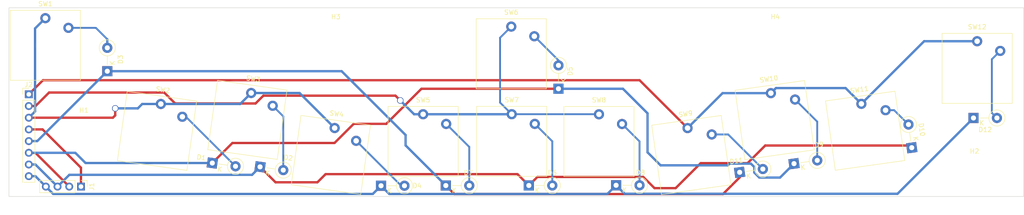
<source format=kicad_pcb>
(kicad_pcb (version 20221018) (generator pcbnew)
  (layers (0 "F.Cu" signal) (31 "B.Cu" signal) (34 "B.Paste" user) (35 "F.Paste" user) (36 "B.SilkS" user "B.Silkscreen") (37 "F.SilkS" user "F.Silkscreen") (38 "B.Mask" user) (39 "F.Mask" user) (44 "Edge.Cuts" user))
  (net 0 "")
  (net 1 "Net-(D1-K)")
  (net 2 "Net-(D1-A)")
  (net 3 "Net-(D10-K)")
  (net 4 "Net-(D2-A)")
  (net 5 "Net-(D11-K)")
  (net 6 "Net-(D3-A)")
  (net 7 "Net-(D12-K)")
  (net 8 "Net-(D4-A)")
  (net 9 "Net-(D5-A)")
  (net 10 "Net-(D6-A)")
  (net 11 "Net-(D7-A)")
  (net 12 "Net-(D8-A)")
  (net 13 "Net-(D9-A)")
  (net 14 "Net-(D10-A)")
  (net 15 "Net-(D11-A)")
  (net 16 "Net-(D12-A)")
  (net 17 "Net-(J2-Pin_3)")
  (net 18 "Net-(J2-Pin_2)")
  (net 19 "Net-(J2-Pin_1)")
  (net 20 "Net-(J1-Pin_1)")
  (footprint "PCM_Switch_Keyboard_Kailh:SW_Kailh_Choc_V1" (layer "F.Cu") (at 110.240103 101.554689 -8)
    (fp_text reference "SW4" (at 0 -9 -8) (layer "F.SilkS"))
    (fp_text value "SW_SPST")
    (fp_line (start -7.6 -7.6) (end -7.6 7.6) (stroke (width 0.12)) (layer "F.SilkS"))
    (fp_line (start -7.6 7.6) (end 7.6 7.6) (stroke (width 0.12)) (layer "F.SilkS"))
    (fp_line (start 7.6 -7.6) (end -7.6 -7.6) (stroke (width 0.12)) (layer "F.SilkS"))
    (fp_line (start 7.6 7.6) (end 7.6 -7.6) (stroke (width 0.12)) (layer "F.SilkS"))
    (pad "" np_thru_hole circle (at -5.5 0 352) (size 1.9 1.9) (drill 1.9) (layers "*.Cu" "*.Mask"))
    (pad "" np_thru_hole circle (at 0 0 352) (size 3.45 3.45) (drill 3.45) (layers "*.Cu" "*.Mask"))
    (pad "" np_thru_hole circle (at 5.5 0 352) (size 1.9 1.9) (drill 1.9) (layers "*.Cu" "*.Mask"))
    (pad "1" thru_hole circle (at 0 -5.9 352) (size 2.2 2.2) (drill 1.2) (layers "*.Cu" "B.Mask") (net 17 "Net-(J2-Pin_3)"))
    (pad "2" thru_hole circle (at 5 -3.8 352) (size 2.2 2.2) (drill 1.2) (layers "*.Cu" "B.Mask") (net 8 "Net-(D4-A)"))
  )
  (footprint "PCM_Switch_Keyboard_Kailh:SW_Kailh_Choc_V1" (layer "F.Cu") (at 149.44 98.61)
    (fp_text reference "SW7" (at 0 -9) (layer "F.SilkS"))
    (fp_text value "SW_SPST")
    (fp_line (start -7.6 -7.6) (end -7.6 7.6) (stroke (width 0.12)) (layer "F.SilkS"))
    (fp_line (start -7.6 7.6) (end 7.6 7.6) (stroke (width 0.12)) (layer "F.SilkS"))
    (fp_line (start 7.6 -7.6) (end -7.6 -7.6) (stroke (width 0.12)) (layer "F.SilkS"))
    (fp_line (start 7.6 7.6) (end 7.6 -7.6) (stroke (width 0.12)) (layer "F.SilkS"))
    (pad "" np_thru_hole circle (at -5.5 0) (size 1.9 1.9) (drill 1.9) (layers "*.Cu" "*.Mask"))
    (pad "" np_thru_hole circle (at 0 0) (size 3.45 3.45) (drill 3.45) (layers "*.Cu" "*.Mask"))
    (pad "" np_thru_hole circle (at 5.5 0) (size 1.9 1.9) (drill 1.9) (layers "*.Cu" "*.Mask"))
    (pad "1" thru_hole circle (at 0 -5.9) (size 2.2 2.2) (drill 1.2) (layers "*.Cu" "B.Mask") (net 18 "Net-(J2-Pin_2)"))
    (pad "2" thru_hole circle (at 5 -3.8) (size 2.2 2.2) (drill 1.2) (layers "*.Cu" "B.Mask") (net 10 "Net-(D6-A)"))
  )
  (footprint "PCM_Switch_Keyboard_Kailh:SW_Kailh_Choc_V1" (layer "F.Cu") (at 250.318013 82.755871)
    (fp_text reference "SW12" (at 0 -9) (layer "F.SilkS"))
    (fp_text value "SW_SPST")
    (fp_line (start -7.6 -7.6) (end -7.6 7.6) (stroke (width 0.12)) (layer "F.SilkS"))
    (fp_line (start -7.6 7.6) (end 7.6 7.6) (stroke (width 0.12)) (layer "F.SilkS"))
    (fp_line (start 7.6 -7.6) (end -7.6 -7.6) (stroke (width 0.12)) (layer "F.SilkS"))
    (fp_line (start 7.6 7.6) (end 7.6 -7.6) (stroke (width 0.12)) (layer "F.SilkS"))
    (pad "" np_thru_hole circle (at -5.5 0) (size 1.9 1.9) (drill 1.9) (layers "*.Cu" "*.Mask"))
    (pad "" np_thru_hole circle (at 0 0) (size 3.45 3.45) (drill 3.45) (layers "*.Cu" "*.Mask"))
    (pad "" np_thru_hole circle (at 5.5 0) (size 1.9 1.9) (drill 1.9) (layers "*.Cu" "*.Mask"))
    (pad "1" thru_hole circle (at 0 -5.9) (size 2.2 2.2) (drill 1.2) (layers "*.Cu" "B.Mask") (net 19 "Net-(J2-Pin_1)"))
    (pad "2" thru_hole circle (at 5 -3.8) (size 2.2 2.2) (drill 1.2) (layers "*.Cu" "B.Mask") (net 16 "Net-(D12-A)"))
  )
  (footprint "Diode_THT:D_DO-41_SOD81_P5.08mm_Vertical_KathodeUp" (layer "F.Cu") (at 198.840936 105.330896 8)
    (fp_text reference "D11" (at -0.371429 -2.537282 8) (layer "F.SilkS"))
    (fp_text value "1N47xxA")
    (fp_text user "K" (at 1.8 1.1 8) (layer "F.SilkS"))
    (fp_line (start 3.329365 0) (end 1.4 0) (stroke (width 0.12)) (layer "F.SilkS"))
    (fp_circle (center 5.08 0) (end 6.830635 0) (stroke (width 0.12)) (fill none) (layer "F.SilkS"))
    (pad "1" thru_hole rect (at 0 0 8) (size 2.2 2.2) (drill 1.1) (layers "*.Cu" "*.Mask") (net 5 "Net-(D11-K)"))
    (pad "2" thru_hole oval (at 5.08 0 8) (size 2.2 2.2) (drill 1.1) (layers "*.Cu" "*.Mask") (net 15 "Net-(D11-A)"))
  )
  (footprint "PCM_Switch_Keyboard_Kailh:SW_Kailh_Choc_V1" (layer "F.Cu") (at 206.42753 93.978592 8)
    (fp_text reference "SW10" (at 0 -9 8) (layer "F.SilkS"))
    (fp_text value "SW_SPST")
    (fp_line (start -7.6 -7.6) (end -7.6 7.6) (stroke (width 0.12)) (layer "F.SilkS"))
    (fp_line (start -7.6 7.6) (end 7.6 7.6) (stroke (width 0.12)) (layer "F.SilkS"))
    (fp_line (start 7.6 -7.6) (end -7.6 -7.6) (stroke (width 0.12)) (layer "F.SilkS"))
    (fp_line (start 7.6 7.6) (end 7.6 -7.6) (stroke (width 0.12)) (layer "F.SilkS"))
    (pad "" np_thru_hole circle (at -5.5 0 8) (size 1.9 1.9) (drill 1.9) (layers "*.Cu" "*.Mask"))
    (pad "" np_thru_hole circle (at 0 0 8) (size 3.45 3.45) (drill 3.45) (layers "*.Cu" "*.Mask"))
    (pad "" np_thru_hole circle (at 5.5 0 8) (size 1.9 1.9) (drill 1.9) (layers "*.Cu" "*.Mask"))
    (pad "1" thru_hole circle (at 0 -5.9 8) (size 2.2 2.2) (drill 1.2) (layers "*.Cu" "B.Mask") (net 19 "Net-(J2-Pin_1)"))
    (pad "2" thru_hole circle (at 5 -3.8 8) (size 2.2 2.2) (drill 1.2) (layers "*.Cu" "B.Mask") (net 13 "Net-(D9-A)"))
  )
  (footprint "PCM_Switch_Keyboard_Kailh:SW_Kailh_Choc_V1" (layer "F.Cu") (at 168.349289 98.632872)
    (fp_text reference "SW8" (at 0 -9) (layer "F.SilkS"))
    (fp_text value "SW_SPST")
    (fp_line (start -7.6 -7.6) (end -7.6 7.6) (stroke (width 0.12)) (layer "F.SilkS"))
    (fp_line (start -7.6 7.6) (end 7.6 7.6) (stroke (width 0.12)) (layer "F.SilkS"))
    (fp_line (start 7.6 -7.6) (end -7.6 -7.6) (stroke (width 0.12)) (layer "F.SilkS"))
    (fp_line (start 7.6 7.6) (end 7.6 -7.6) (stroke (width 0.12)) (layer "F.SilkS"))
    (pad "" np_thru_hole circle (at -5.5 0) (size 1.9 1.9) (drill 1.9) (layers "*.Cu" "*.Mask"))
    (pad "" np_thru_hole circle (at 0 0) (size 3.45 3.45) (drill 3.45) (layers "*.Cu" "*.Mask"))
    (pad "" np_thru_hole circle (at 5.5 0) (size 1.9 1.9) (drill 1.9) (layers "*.Cu" "*.Mask"))
    (pad "1" thru_hole circle (at 0 -5.9) (size 2.2 2.2) (drill 1.2) (layers "*.Cu" "B.Mask") (net 18 "Net-(J2-Pin_2)"))
    (pad "2" thru_hole circle (at 5 -3.8) (size 2.2 2.2) (drill 1.2) (layers "*.Cu" "B.Mask") (net 12 "Net-(D8-A)"))
  )
  (footprint "Diode_THT:D_DO-41_SOD81_P5.08mm_Vertical_KathodeUp" (layer "F.Cu") (at 153.15171 108.191407)
    (fp_text reference "D6" (at 5.08 -2.750635) (layer "F.SilkS"))
    (fp_text value "1N47xxA")
    (fp_text user "K" (at 1.8 1.1) (layer "F.SilkS"))
    (fp_line (start 3.329365 0) (end 1.4 0) (stroke (width 0.12)) (layer "F.SilkS"))
    (fp_circle (center 5.08 0) (end 6.830635 0) (stroke (width 0.12)) (fill none) (layer "F.SilkS"))
    (pad "1" thru_hole rect (at 0 0) (size 2.2 2.2) (drill 1.1) (layers "*.Cu" "*.Mask") (net 3 "Net-(D10-K)"))
    (pad "2" thru_hole oval (at 5.08 0) (size 2.2 2.2) (drill 1.1) (layers "*.Cu" "*.Mask") (net 10 "Net-(D6-A)"))
  )
  (footprint "MountingHole:MountingHole_3.2mm_M3" (layer "F.Cu") (at 249.74 104.96)
    (fp_text reference "H2" (at 0 -4.2) (layer "F.SilkS"))
    (fp_text value "MountingHole")
    (pad "" np_thru_hole circle (at 0 0) (size 3.2 3.2) (drill 3.2) (layers "*.Cu" "*.Mask"))
  )
  (footprint "Diode_THT:D_DO-41_SOD81_P5.08mm_Vertical_KathodeUp" (layer "F.Cu") (at 249.522183 93.53)
    (fp_text reference "D12" (at 2.54 2.54) (layer "F.SilkS"))
    (fp_text value "1N47xxA")
    (fp_text user "K" (at 1.8 1.1) (layer "F.SilkS"))
    (fp_line (start 3.329365 0) (end 1.4 0) (stroke (width 0.12)) (layer "F.SilkS"))
    (fp_circle (center 5.08 0) (end 6.830635 0) (stroke (width 0.12)) (fill none) (layer "F.SilkS"))
    (pad "1" thru_hole rect (at 0 0) (size 2.2 2.2) (drill 1.1) (layers "*.Cu" "*.Mask") (net 7 "Net-(D12-K)"))
    (pad "2" thru_hole oval (at 5.08 0) (size 2.2 2.2) (drill 1.1) (layers "*.Cu" "*.Mask") (net 16 "Net-(D12-A)"))
  )
  (footprint "Diode_THT:D_DO-41_SOD81_P5.08mm_Vertical_KathodeUp" (layer "F.Cu") (at 94.889933 104.147273 -8)
    (fp_text reference "D2" (at 5.776288 -2.791066 172) (layer "F.SilkS"))
    (fp_text value "1N47xxA")
    (fp_text user "K" (at 1.8 1.1 172) (layer "F.SilkS"))
    (fp_line (start 3.329365 0) (end 1.4 0) (stroke (width 0.12)) (layer "F.SilkS"))
    (fp_circle (center 5.08 0) (end 6.830635 0) (stroke (width 0.12)) (fill none) (layer "F.SilkS"))
    (pad "1" thru_hole rect (at 0 0 352) (size 2.2 2.2) (drill 1.1) (layers "*.Cu" "*.Mask") (net 3 "Net-(D10-K)"))
    (pad "2" thru_hole oval (at 5.08 0 352) (size 2.2 2.2) (drill 1.1) (layers "*.Cu" "*.Mask") (net 4 "Net-(D2-A)"))
  )
  (footprint "PCM_Switch_Keyboard_Kailh:SW_Kailh_Choc_V1" (layer "F.Cu") (at 92.148793 93.944655 -8)
    (fp_text reference "SW3" (at 0 -9 -8) (layer "F.SilkS"))
    (fp_text value "SW_SPST")
    (fp_line (start -7.6 -7.6) (end -7.6 7.6) (stroke (width 0.12)) (layer "F.SilkS"))
    (fp_line (start -7.6 7.6) (end 7.6 7.6) (stroke (width 0.12)) (layer "F.SilkS"))
    (fp_line (start 7.6 -7.6) (end -7.6 -7.6) (stroke (width 0.12)) (layer "F.SilkS"))
    (fp_line (start 7.6 7.6) (end 7.6 -7.6) (stroke (width 0.12)) (layer "F.SilkS"))
    (pad "" np_thru_hole circle (at -5.5 0 352) (size 1.9 1.9) (drill 1.9) (layers "*.Cu" "*.Mask"))
    (pad "" np_thru_hole circle (at 0 0 352) (size 3.45 3.45) (drill 3.45) (layers "*.Cu" "*.Mask"))
    (pad "" np_thru_hole circle (at 5.5 0 352) (size 1.9 1.9) (drill 1.9) (layers "*.Cu" "*.Mask"))
    (pad "1" thru_hole circle (at 0 -5.9 352) (size 2.2 2.2) (drill 1.2) (layers "*.Cu" "B.Mask") (net 17 "Net-(J2-Pin_3)"))
    (pad "2" thru_hole circle (at 5 -3.8 352) (size 2.2 2.2) (drill 1.2) (layers "*.Cu" "B.Mask") (net 4 "Net-(D2-A)"))
  )
  (footprint "PCM_Switch_Keyboard_Kailh:SW_Kailh_Choc_V1" (layer "F.Cu") (at 188.368766 101.566586 8)
    (fp_text reference "SW9" (at 0 -9 8) (layer "F.SilkS"))
    (fp_text value "SW_SPST")
    (fp_line (start -7.6 -7.6) (end -7.6 7.6) (stroke (width 0.12)) (layer "F.SilkS"))
    (fp_line (start -7.6 7.6) (end 7.6 7.6) (stroke (width 0.12)) (layer "F.SilkS"))
    (fp_line (start 7.6 -7.6) (end -7.6 -7.6) (stroke (width 0.12)) (layer "F.SilkS"))
    (fp_line (start 7.6 7.6) (end 7.6 -7.6) (stroke (width 0.12)) (layer "F.SilkS"))
    (pad "" np_thru_hole circle (at -5.5 0 8) (size 1.9 1.9) (drill 1.9) (layers "*.Cu" "*.Mask"))
    (pad "" np_thru_hole circle (at 0 0 8) (size 3.45 3.45) (drill 3.45) (layers "*.Cu" "*.Mask"))
    (pad "" np_thru_hole circle (at 5.5 0 8) (size 1.9 1.9) (drill 1.9) (layers "*.Cu" "*.Mask"))
    (pad "1" thru_hole circle (at 0 -5.9 8) (size 2.2 2.2) (drill 1.2) (layers "*.Cu" "B.Mask") (net 19 "Net-(J2-Pin_1)"))
    (pad "2" thru_hole circle (at 5 -3.8 8) (size 2.2 2.2) (drill 1.2) (layers "*.Cu" "B.Mask") (net 15 "Net-(D11-A)"))
  )
  (footprint "Connector_PinHeader_2.54mm:PinHeader_1x08_P2.54mm_Vertical" (layer "F.Cu") (at 44.769931 88.392112)
    (fp_text reference "J2" (at -0.032382 -2.10924) (layer "F.SilkS"))
    (fp_text value "Conn_01x08_Pin")
    (fp_line (start -1.33 -1.33) (end 0 -1.33) (stroke (width 0.12)) (layer "F.SilkS"))
    (fp_line (start -1.33 0) (end -1.33 -1.33) (stroke (width 0.12)) (layer "F.SilkS"))
    (fp_line (start -1.33 1.27) (end -1.33 19.11) (stroke (width 0.12)) (layer "F.SilkS"))
    (fp_line (start -1.33 1.27) (end 1.33 1.27) (stroke (width 0.12)) (layer "F.SilkS"))
    (fp_line (start -1.33 19.11) (end 1.33 19.11) (stroke (width 0.12)) (layer "F.SilkS"))
    (fp_line (start 1.33 1.27) (end 1.33 19.11) (stroke (width 0.12)) (layer "F.SilkS"))
    (pad "1" thru_hole rect (at 0 0) (size 1.7 1.7) (drill 1) (layers "*.Cu" "*.Mask") (net 19 "Net-(J2-Pin_1)"))
    (pad "2" thru_hole oval (at 0 2.54) (size 1.7 1.7) (drill 1) (layers "*.Cu" "*.Mask") (net 18 "Net-(J2-Pin_2)"))
    (pad "3" thru_hole oval (at 0 5.08) (size 1.7 1.7) (drill 1) (layers "*.Cu" "*.Mask") (net 17 "Net-(J2-Pin_3)"))
    (pad "4" thru_hole oval (at 0 7.62) (size 1.7 1.7) (drill 1) (layers "*.Cu" "*.Mask") (net 20 "Net-(J1-Pin_1)"))
    (pad "5" thru_hole oval (at 0 10.16) (size 1.7 1.7) (drill 1) (layers "*.Cu" "*.Mask") (net 5 "Net-(D11-K)"))
    (pad "6" thru_hole oval (at 0 12.7) (size 1.7 1.7) (drill 1) (layers "*.Cu" "*.Mask") (net 1 "Net-(D1-K)"))
    (pad "7" thru_hole oval (at 0 15.24) (size 1.7 1.7) (drill 1) (layers "*.Cu" "*.Mask") (net 3 "Net-(D10-K)"))
    (pad "8" thru_hole oval (at 0 17.78) (size 1.7 1.7) (drill 1) (layers "*.Cu" "*.Mask") (net 7 "Net-(D12-K)"))
  )
  (footprint "PCM_Switch_Keyboard_Kailh:SW_Kailh_Choc_V1" (layer "F.Cu") (at 72.565804 96.330399 -8)
    (fp_text reference "SW2" (at 0 -9 -8) (layer "F.SilkS"))
    (fp_text value "SW_SPST")
    (fp_line (start -7.6 -7.6) (end -7.6 7.6) (stroke (width 0.12)) (layer "F.SilkS"))
    (fp_line (start -7.6 7.6) (end 7.6 7.6) (stroke (width 0.12)) (layer "F.SilkS"))
    (fp_line (start 7.6 -7.6) (end -7.6 -7.6) (stroke (width 0.12)) (layer "F.SilkS"))
    (fp_line (start 7.6 7.6) (end 7.6 -7.6) (stroke (width 0.12)) (layer "F.SilkS"))
    (pad "" np_thru_hole circle (at -5.5 0 352) (size 1.9 1.9) (drill 1.9) (layers "*.Cu" "*.Mask"))
    (pad "" np_thru_hole circle (at 0 0 352) (size 3.45 3.45) (drill 3.45) (layers "*.Cu" "*.Mask"))
    (pad "" np_thru_hole circle (at 5.5 0 352) (size 1.9 1.9) (drill 1.9) (layers "*.Cu" "*.Mask"))
    (pad "1" thru_hole circle (at 0 -5.9 352) (size 2.2 2.2) (drill 1.2) (layers "*.Cu" "B.Mask") (net 17 "Net-(J2-Pin_3)"))
    (pad "2" thru_hole circle (at 5 -3.8 352) (size 2.2 2.2) (drill 1.2) (layers "*.Cu" "B.Mask") (net 2 "Net-(D1-A)"))
  )
  (footprint "Diode_THT:D_DO-41_SOD81_P5.08mm_Vertical_KathodeUp" (layer "F.Cu") (at 135.155535 108.206134)
    (fp_text reference "D7" (at 4.879735 -2.761091) (layer "F.SilkS"))
    (fp_text value "1N47xxA")
    (fp_text user "K" (at 1.8 1.1) (layer "F.SilkS"))
    (fp_line (start 3.329365 0) (end 1.4 0) (stroke (width 0.12)) (layer "F.SilkS"))
    (fp_circle (center 5.08 0) (end 6.830635 0) (stroke (width 0.12)) (fill none) (layer "F.SilkS"))
    (pad "1" thru_hole rect (at 0 0) (size 2.2 2.2) (drill 1.1) (layers "*.Cu" "*.Mask") (net 5 "Net-(D11-K)"))
    (pad "2" thru_hole oval (at 5.08 0) (size 2.2 2.2) (drill 1.1) (layers "*.Cu" "*.Mask") (net 11 "Net-(D7-A)"))
  )
  (footprint "Diode_THT:D_DO-41_SOD81_P5.08mm_Vertical_KathodeUp" (layer "F.Cu") (at 210.625697 103.447327 8)
    (fp_text reference "D9" (at 5.94008 -3.304078 8) (layer "F.SilkS"))
    (fp_text value "1N47xxA")
    (fp_text user "K" (at 1.8 1.1 8) (layer "F.SilkS"))
    (fp_line (start 3.329365 0) (end 1.4 0) (stroke (width 0.12)) (layer "F.SilkS"))
    (fp_circle (center 5.08 0) (end 6.830635 0) (stroke (width 0.12)) (fill none) (layer "F.SilkS"))
    (pad "1" thru_hole rect (at 0 0 8) (size 2.2 2.2) (drill 1.1) (layers "*.Cu" "*.Mask") (net 1 "Net-(D1-K)"))
    (pad "2" thru_hole oval (at 5.08 0 8) (size 2.2 2.2) (drill 1.1) (layers "*.Cu" "*.Mask") (net 13 "Net-(D9-A)"))
  )
  (footprint "Diode_THT:D_DO-41_SOD81_P5.08mm_Vertical_KathodeUp" (layer "F.Cu") (at 84.540935 103.319104 -8)
    (fp_text reference "D1" (at -2.545595 -0.852299 172) (layer "F.SilkS"))
    (fp_text value "1N47xxA")
    (fp_text user "K" (at 1.8 1.1 172) (layer "F.SilkS"))
    (fp_line (start 3.329365 0) (end 1.4 0) (stroke (width 0.12)) (layer "F.SilkS"))
    (fp_circle (center 5.08 0) (end 6.830635 0) (stroke (width 0.12)) (fill none) (layer "F.SilkS"))
    (pad "1" thru_hole rect (at 0 0 352) (size 2.2 2.2) (drill 1.1) (layers "*.Cu" "*.Mask") (net 1 "Net-(D1-K)"))
    (pad "2" thru_hole oval (at 5.08 0 352) (size 2.2 2.2) (drill 1.1) (layers "*.Cu" "*.Mask") (net 2 "Net-(D1-A)"))
  )
  (footprint "Diode_THT:D_DO-41_SOD81_P5.08mm_Vertical_KathodeUp" (layer "F.Cu") (at 121.110803 108.250314)
    (fp_text reference "D4" (at 7.837817 0) (layer "F.SilkS"))
    (fp_text value "1N47xxA")
    (fp_text user "K" (at 1.8 1.1) (layer "F.SilkS"))
    (fp_line (start 3.329365 0) (end 1.4 0) (stroke (width 0.12)) (layer "F.SilkS"))
    (fp_circle (center 5.08 0) (end 6.830635 0) (stroke (width 0.12)) (fill none) (layer "F.SilkS"))
    (pad "1" thru_hole rect (at 0 0) (size 2.2 2.2) (drill 1.1) (layers "*.Cu" "*.Mask") (net 7 "Net-(D12-K)"))
    (pad "2" thru_hole oval (at 5.08 0) (size 2.2 2.2) (drill 1.1) (layers "*.Cu" "*.Mask") (net 8 "Net-(D4-A)"))
  )
  (footprint "PCM_Switch_Keyboard_Kailh:SW_Kailh_Choc_V1" (layer "F.Cu") (at 48.358179 77.745939)
    (fp_text reference "SW1" (at 0 -9) (layer "F.SilkS"))
    (fp_text value "SW_SPST")
    (fp_line (start -7.6 -7.6) (end -7.6 7.6) (stroke (width 0.12)) (layer "F.SilkS"))
    (fp_line (start -7.6 7.6) (end 7.6 7.6) (stroke (width 0.12)) (layer "F.SilkS"))
    (fp_line (start 7.6 -7.6) (end -7.6 -7.6) (stroke (width 0.12)) (layer "F.SilkS"))
    (fp_line (start 7.6 7.6) (end 7.6 -7.6) (stroke (width 0.12)) (layer "F.SilkS"))
    (pad "" np_thru_hole circle (at -5.5 0) (size 1.9 1.9) (drill 1.9) (layers "*.Cu" "*.Mask"))
    (pad "" np_thru_hole circle (at 0 0) (size 3.45 3.45) (drill 3.45) (layers "*.Cu" "*.Mask"))
    (pad "" np_thru_hole circle (at 5.5 0) (size 1.9 1.9) (drill 1.9) (layers "*.Cu" "*.Mask"))
    (pad "1" thru_hole circle (at 0 -5.9) (size 2.2 2.2) (drill 1.2) (layers "*.Cu" "B.Mask") (net 17 "Net-(J2-Pin_3)"))
    (pad "2" thru_hole circle (at 5 -3.8) (size 2.2 2.2) (drill 1.2) (layers "*.Cu" "B.Mask") (net 6 "Net-(D3-A)"))
  )
  (footprint "PCM_Switch_Keyboard_Kailh:SW_Kailh_Choc_V1" (layer "F.Cu") (at 130.23405 98.620077)
    (fp_text reference "SW5" (at 0 -9) (layer "F.SilkS"))
    (fp_text value "SW_SPST")
    (fp_line (start -7.6 -7.6) (end -7.6 7.6) (stroke (width 0.12)) (layer "F.SilkS"))
    (fp_line (start -7.6 7.6) (end 7.6 7.6) (stroke (width 0.12)) (layer "F.SilkS"))
    (fp_line (start 7.6 -7.6) (end -7.6 -7.6) (stroke (width 0.12)) (layer "F.SilkS"))
    (fp_line (start 7.6 7.6) (end 7.6 -7.6) (stroke (width 0.12)) (layer "F.SilkS"))
    (pad "" np_thru_hole circle (at -5.5 0) (size 1.9 1.9) (drill 1.9) (layers "*.Cu" "*.Mask"))
    (pad "" np_thru_hole circle (at 0 0) (size 3.45 3.45) (drill 3.45) (layers "*.Cu" "*.Mask"))
    (pad "" np_thru_hole circle (at 5.5 0) (size 1.9 1.9) (drill 1.9) (layers "*.Cu" "*.Mask"))
    (pad "1" thru_hole circle (at 0 -5.9) (size 2.2 2.2) (drill 1.2) (layers "*.Cu" "B.Mask") (net 18 "Net-(J2-Pin_2)"))
    (pad "2" thru_hole circle (at 5 -3.8) (size 2.2 2.2) (drill 1.2) (layers "*.Cu" "B.Mask") (net 11 "Net-(D7-A)"))
  )
  (footprint "PCM_Switch_Keyboard_Kailh:SW_Kailh_Choc_V1" (layer "F.Cu") (at 149.337293 79.575443)
    (fp_text reference "SW6" (at 0 -9) (layer "F.SilkS"))
    (fp_text value "SW_SPST")
    (fp_line (start -7.6 -7.6) (end -7.6 7.6) (stroke (width 0.12)) (layer "F.SilkS"))
    (fp_line (start -7.6 7.6) (end 7.6 7.6) (stroke (width 0.12)) (layer "F.SilkS"))
    (fp_line (start 7.6 -7.6) (end -7.6 -7.6) (stroke (width 0.12)) (layer "F.SilkS"))
    (fp_line (start 7.6 7.6) (end 7.6 -7.6) (stroke (width 0.12)) (layer "F.SilkS"))
    (pad "" np_thru_hole circle (at -5.5 0) (size 1.9 1.9) (drill 1.9) (layers "*.Cu" "*.Mask"))
    (pad "" np_thru_hole circle (at 0 0) (size 3.45 3.45) (drill 3.45) (layers "*.Cu" "*.Mask"))
    (pad "" np_thru_hole circle (at 5.5 0) (size 1.9 1.9) (drill 1.9) (layers "*.Cu" "*.Mask"))
    (pad "1" thru_hole circle (at 0 -5.9) (size 2.2 2.2) (drill 1.2) (layers "*.Cu" "B.Mask") (net 18 "Net-(J2-Pin_2)"))
    (pad "2" thru_hole circle (at 5 -3.8) (size 2.2 2.2) (drill 1.2) (layers "*.Cu" "B.Mask") (net 9 "Net-(D5-A)"))
  )
  (footprint "MountingHole:MountingHole_3.2mm_M3" (layer "F.Cu") (at 111.31 75.75)
    (fp_text reference "H3" (at 0 -4.2) (layer "F.SilkS"))
    (fp_text value "MountingHole")
    (pad "" np_thru_hole circle (at 0 0) (size 3.2 3.2) (drill 3.2) (layers "*.Cu" "*.Mask"))
  )
  (footprint "Connector_PinHeader_2.54mm:PinHeader_1x04_P2.54mm_Vertical" (layer "F.Cu") (at 56.077012 108.433432 -90)
    (fp_text reference "J1" (at 0 -2.33 90) (layer "F.SilkS"))
    (fp_text value "Conn_01x04_Pin")
    (fp_line (start -1.33 -1.33) (end 0 -1.33) (stroke (width 0.12)) (layer "F.SilkS"))
    (fp_line (start -1.33 0) (end -1.33 -1.33) (stroke (width 0.12)) (layer "F.SilkS"))
    (fp_line (start -1.33 1.27) (end -1.33 8.95) (stroke (width 0.12)) (layer "F.SilkS"))
    (fp_line (start -1.33 1.27) (end 1.33 1.27) (stroke (width 0.12)) (layer "F.SilkS"))
    (fp_line (start -1.33 8.95) (end 1.33 8.95) (stroke (width 0.12)) (layer "F.SilkS"))
    (fp_line (start 1.33 1.27) (end 1.33 8.95) (stroke (width 0.12)) (layer "F.SilkS"))
    (pad "1" thru_hole rect (at 0 0 270) (size 1.7 1.7) (drill 1) (layers "*.Cu" "*.Mask") (net 20 "Net-(J1-Pin_1)"))
    (pad "2" thru_hole oval (at 0 2.54 270) (size 1.7 1.7) (drill 1) (layers "*.Cu" "*.Mask") (net 1 "Net-(D1-K)"))
    (pad "3" thru_hole oval (at 0 5.08 270) (size 1.7 1.7) (drill 1) (layers "*.Cu" "*.Mask") (net 3 "Net-(D10-K)"))
    (pad "4" thru_hole oval (at 0 7.62 270) (size 1.7 1.7) (drill 1) (layers "*.Cu" "*.Mask") (net 7 "Net-(D12-K)"))
  )
  (footprint "PCM_Switch_Keyboard_Kailh:SW_Kailh_Choc_V1" (layer "F.Cu") (at 226.043654 96.298066 8)
    (fp_text reference "SW11" (at 0 -9 8) (layer "F.SilkS"))
    (fp_text value "SW_SPST")
    (fp_line (start -7.6 -7.6) (end -7.6 7.6) (stroke (width 0.12)) (layer "F.SilkS"))
    (fp_line (start -7.6 7.6) (end 7.6 7.6) (stroke (width 0.12)) (layer "F.SilkS"))
    (fp_line (start 7.6 -7.6) (end -7.6 -7.6) (stroke (width 0.12)) (layer "F.SilkS"))
    (fp_line (start 7.6 7.6) (end 7.6 -7.6) (stroke (width 0.12)) (layer "F.SilkS"))
    (pad "" np_thru_hole circle (at -5.5 0 8) (size 1.9 1.9) (drill 1.9) (layers "*.Cu" "*.Mask"))
    (pad "" np_thru_hole circle (at 0 0 8) (size 3.45 3.45) (drill 3.45) (layers "*.Cu" "*.Mask"))
    (pad "" np_thru_hole circle (at 5.5 0 8) (size 1.9 1.9) (drill 1.9) (layers "*.Cu" "*.Mask"))
    (pad "1" thru_hole circle (at 0 -5.9 8) (size 2.2 2.2) (drill 1.2) (layers "*.Cu" "B.Mask") (net 19 "Net-(J2-Pin_1)"))
    (pad "2" thru_hole circle (at 5 -3.8 8) (size 2.2 2.2) (drill 1.2) (layers "*.Cu" "B.Mask") (net 14 "Net-(D10-A)"))
  )
  (footprint "MountingHole:MountingHole_3.2mm_M3" (layer "F.Cu") (at 206.56 75.75)
    (fp_text reference "H4" (at 0 -4.2) (layer "F.SilkS"))
    (fp_text value "MountingHole")
    (pad "" np_thru_hole circle (at 0 0) (size 3.2 3.2) (drill 3.2) (layers "*.Cu" "*.Mask"))
  )
  (footprint "Diode_THT:D_DO-41_SOD81_P5.08mm_Vertical_KathodeUp" (layer "F.Cu") (at 172.060947 108.147227)
    (fp_text reference "D8" (at 5.297817 -2.750635) (layer "F.SilkS"))
    (fp_text value "1N47xxA")
    (fp_text user "K" (at 1.8 1.1) (layer "F.SilkS"))
    (fp_line (start 3.329365 0) (end 1.4 0) (stroke (width 0.12)) (layer "F.SilkS"))
    (fp_circle (center 5.08 0) (end 6.830635 0) (stroke (width 0.12)) (fill none) (layer "F.SilkS"))
    (pad "1" thru_hole rect (at 0 0) (size 2.2 2.2) (drill 1.1) (layers "*.Cu" "*.Mask") (net 7 "Net-(D12-K)"))
    (pad "2" thru_hole oval (at 5.08 0) (size 2.2 2.2) (drill 1.1) (layers "*.Cu" "*.Mask") (net 12 "Net-(D8-A)"))
  )
  (footprint "MountingHole:MountingHole_3.2mm_M3" (layer "F.Cu") (at 56.7 96.07)
    (fp_text reference "H1" (at 0 -4.2) (layer "F.SilkS"))
    (fp_text value "MountingHole")
    (pad "" np_thru_hole circle (at 0 0) (size 3.2 3.2) (drill 3.2) (layers "*.Cu" "*.Mask"))
  )
  (footprint "Diode_THT:D_DO-41_SOD81_P5.08mm_Vertical_KathodeUp" (layer "F.Cu") (at 61.78 83.37 90)
    (fp_text reference "D3" (at 2.560521 2.872736 90) (layer "F.SilkS"))
    (fp_text value "1N47xxA")
    (fp_text user "K" (at 1.8 1.1 90) (layer "F.SilkS"))
    (fp_line (start 3.329365 0) (end 1.4 0) (stroke (width 0.12)) (layer "F.SilkS"))
    (fp_circle (center 5.08 0) (end 6.830635 0) (stroke (width 0.12)) (fill none) (layer "F.SilkS"))
    (pad "1" thru_hole rect (at 0 0 90) (size 2.2 2.2) (drill 1.1) (layers "*.Cu" "*.Mask") (net 5 "Net-(D11-K)"))
    (pad "2" thru_hole oval (at 5.08 0 90) (size 2.2 2.2) (drill 1.1) (layers "*.Cu" "*.Mask") (net 6 "Net-(D3-A)"))
  )
  (footprint "Diode_THT:D_DO-41_SOD81_P5.08mm_Vertical_KathodeUp" (layer "F.Cu") (at 236.140896 99.979065 98)
    (fp_text reference "D10" (at 3.569141 2.692031 98) (layer "F.SilkS"))
    (fp_text value "1N47xxA")
    (fp_text user "K" (at 1.8 1.1 98) (layer "F.SilkS"))
    (fp_line (start 3.329365 0) (end 1.4 0) (stroke (width 0.12)) (layer "F.SilkS"))
    (fp_circle (center 5.08 0) (end 6.830635 0) (stroke (width 0.12)) (fill none) (layer "F.SilkS"))
    (pad "1" thru_hole rect (at 0 0 98) (size 2.2 2.2) (drill 1.1) (layers "*.Cu" "*.Mask") (net 3 "Net-(D10-K)"))
    (pad "2" thru_hole oval (at 5.08 0 98) (size 2.2 2.2) (drill 1.1) (layers "*.Cu" "*.Mask") (net 14 "Net-(D10-A)"))
  )
  (footprint "Diode_THT:D_DO-41_SOD81_P5.08mm_Vertical_KathodeUp" (layer "F.Cu") (at 159.57 87.18 90)
    (fp_text reference "D5" (at 3.81 2.54 90) (layer "F.SilkS"))
    (fp_text value "1N47xxA")
    (fp_text user "K" (at 1.8 1.1 90) (layer "F.SilkS"))
    (fp_line (start 3.329365 0) (end 1.4 0) (stroke (width 0.12)) (layer "F.SilkS"))
    (fp_circle (center 5.08 0) (end 6.830635 0) (stroke (width 0.12)) (fill none) (layer "F.SilkS"))
    (pad "1" thru_hole rect (at 0 0 90) (size 2.2 2.2) (drill 1.1) (layers "*.Cu" "*.Mask") (net 1 "Net-(D1-K)"))
    (pad "2" thru_hole oval (at 5.08 0 90) (size 2.2 2.2) (drill 1.1) (layers "*.Cu" "*.Mask") (net 9 "Net-(D5-A)"))
  )
  (gr_rect (start 40.464529 69.596358) (end 260.421934 110.580646) (stroke (width 0.1)) (fill none) (layer "Edge.Cuts"))
  (segment (start 111.021508 98.969159) (end 88.89088 98.969159) (width 0.5) (layer "F.Cu") (net 1))
  (segment (start 115.190667 94.8) (end 111.021508 98.969159) (width 0.5) (layer "F.Cu") (net 1))
  (segment (start 122.25061 94.8) (end 115.190667 94.8) (width 0.5) (layer "F.Cu") (net 1))
  (segment (start 53.537012 108.433432) (end 46.195692 101.092112) (width 0.5) (layer "F.Cu") (net 1))
  (segment (start 46.195692 101.092112) (end 44.769931 101.092112) (width 0.5) (layer "F.Cu") (net 1))
  (segment (start 129.87061 87.18) (end 122.25061 94.8) (width 0.5) (layer "F.Cu") (net 1))
  (segment (start 88.89088 98.969159) (end 84.540935 103.319104) (width 0.5) (layer "F.Cu") (net 1))
  (segment (start 159.57 87.18) (end 129.87061 87.18) (width 0.5) (layer "F.Cu") (net 1))
  (segment (start 54.843904 101.092112) (end 44.769931 101.092112) (width 0.5) (layer "B.Cu") (net 1))
  (segment (start 57.070896 103.319104) (end 54.843904 101.092112) (width 0.5) (layer "B.Cu") (net 1))
  (segment (start 207.599127 106.473897) (end 203.105202 106.473897) (width 0.5) (layer "B.Cu") (net 1))
  (segment (start 201.280714 103.447327) (end 196.642673 103.447327) (width 0.5) (layer "B.Cu") (net 1))
  (segment (start 202.021498 105.390193) (end 202.021498 104.188111) (width 0.5) (layer "B.Cu") (net 1))
  (segment (start 181.699299 103.81832) (end 178.874289 100.99331) (width 0.5) (layer "B.Cu") (net 1))
  (segment (start 84.540935 103.319104) (end 57.070896 103.319104) (width 0.5) (layer "B.Cu") (net 1))
  (segment (start 210.625697 103.447327) (end 207.599127 106.473897) (width 0.5) (layer "B.Cu") (net 1))
  (segment (start 173.54 87.18) (end 159.57 87.18) (width 0.5) (layer "B.Cu") (net 1))
  (segment (start 178.874289 92.514289) (end 173.54 87.18) (width 0.5) (layer "B.Cu") (net 1))
  (segment (start 203.105202 106.473897) (end 202.021498 105.390193) (width 0.5) (layer "B.Cu") (net 1))
  (segment (start 196.642673 103.447327) (end 196.27168 103.81832) (width 0.5) (layer "B.Cu") (net 1))
  (segment (start 196.27168 103.81832) (end 181.699299 103.81832) (width 0.5) (layer "B.Cu") (net 1))
  (segment (start 178.874289 100.99331) (end 178.874289 92.514289) (width 0.5) (layer "B.Cu") (net 1))
  (segment (start 202.021498 104.188111) (end 201.280714 103.447327) (width 0.5) (layer "B.Cu") (net 1))
  (segment (start 78.80864 93.263246) (end 78.046002 93.263246) (width 0.4) (layer "B.Cu") (net 2))
  (segment (start 89.571497 104.026103) (end 78.80864 93.263246) (width 0.4) (layer "B.Cu") (net 2))
  (segment (start 150.688006 105.727703) (end 109.097349 105.727703) (width 0.5) (layer "F.Cu") (net 3))
  (segment (start 200.561489 103.338511) (end 190.401489 103.338511) (width 0.5) (layer "F.Cu") (net 3))
  (segment (start 180.380016 108.77) (end 177.951423 106.341407) (width 0.5) (layer "F.Cu") (net 3))
  (segment (start 236.140896 99.979065) (end 235.670643 99.508812) (width 0.5) (layer "F.Cu") (net 3))
  (segment (start 155.00171 106.341407) (end 153.15171 108.191407) (width 0.5) (layer "F.Cu") (net 3))
  (segment (start 153.15171 108.191407) (end 150.688006 105.727703) (width 0.5) (layer "F.Cu") (net 3))
  (segment (start 204.391188 99.508812) (end 200.561489 103.338511) (width 0.5) (layer "F.Cu") (net 3))
  (segment (start 177.951423 106.341407) (end 155.00171 106.341407) (width 0.5) (layer "F.Cu") (net 3))
  (segment (start 109.097349 105.727703) (end 107.325052 107.5) (width 0.5) (layer "F.Cu") (net 3))
  (segment (start 235.670643 99.508812) (end 204.391188 99.508812) (width 0.5) (layer "F.Cu") (net 3))
  (segment (start 107.325052 107.5) (end 98.24266 107.5) (width 0.5) (layer "F.Cu") (net 3))
  (segment (start 98.24266 107.5) (end 94.889933 104.147273) (width 0.5) (layer "F.Cu") (net 3))
  (segment (start 184.97 108.77) (end 180.380016 108.77) (width 0.5) (layer "F.Cu") (net 3))
  (segment (start 190.401489 103.338511) (end 184.97 108.77) (width 0.5) (layer "F.Cu") (net 3))
  (segment (start 50.997012 108.433432) (end 53.554341 105.876103) (width 0.5) (layer "B.Cu") (net 3))
  (segment (start 94.889933 104.147273) (end 93.161103 105.876103) (width 0.5) (layer "B.Cu") (net 3))
  (segment (start 44.769931 103.632112) (end 46.195692 103.632112) (width 0.5) (layer "B.Cu") (net 3))
  (segment (start 93.161103 105.876103) (end 53.554341 105.876103) (width 0.5) (layer "B.Cu") (net 3))
  (segment (start 46.195692 103.632112) (end 50.997012 108.433432) (width 0.5) (layer "B.Cu") (net 3))
  (segment (start 99.920495 93.169006) (end 99.920495 104.854272) (width 0.4) (layer "B.Cu") (net 4))
  (segment (start 97.628991 90.877502) (end 99.920495 93.169006) (width 0.4) (layer "B.Cu") (net 4))
  (segment (start 137.005535 110.056134) (end 135.155535 108.206134) (width 0.5) (layer "F.Cu") (net 5))
  (segment (start 198.840936 106.441706) (end 195.226508 110.056134) (width 0.5) (layer "F.Cu") (net 5))
  (segment (start 195.226508 110.056134) (end 137.005535 110.056134) (width 0.5) (layer "F.Cu") (net 5))
  (segment (start 198.840936 105.330896) (end 198.840936 106.441706) (width 0.5) (layer "F.Cu") (net 5))
  (segment (start 135.155535 108.206134) (end 126.43405 99.484649) (width 0.5) (layer "B.Cu") (net 5))
  (segment (start 44.769931 98.552112) (end 46.597888 98.552112) (width 0.5) (layer "B.Cu") (net 5))
  (segment (start 46.597888 98.552112) (end 61.78 83.37) (width 0.5) (layer "B.Cu") (net 5))
  (segment (start 126.43405 97.22405) (end 112.58 83.37) (width 0.5) (layer "B.Cu") (net 5))
  (segment (start 126.43405 99.484649) (end 126.43405 97.22405) (width 0.5) (layer "B.Cu") (net 5))
  (segment (start 112.58 83.37) (end 61.78 83.37) (width 0.5) (layer "B.Cu") (net 5))
  (segment (start 53.358179 73.945939) (end 59.299746 73.945939) (width 0.4) (layer "B.Cu") (net 6))
  (segment (start 61.78 76.426193) (end 61.78 78.29) (width 0.5) (layer "B.Cu") (net 6))
  (segment (start 59.299746 73.945939) (end 61.78 76.426193) (width 0.4) (layer "B.Cu") (net 6))
  (segment (start 44.769931 106.172112) (end 46.195692 106.172112) (width 0.5) (layer "B.Cu") (net 7))
  (segment (start 50.057012 110.033432) (end 119.327685 110.033432) (width 0.5) (layer "B.Cu") (net 7))
  (segment (start 233.054956 109.997227) (end 173.910947 109.997227) (width 0.5) (layer "B.Cu") (net 7))
  (segment (start 172.060947 108.147227) (end 170.168174 110.04) (width 0.5) (layer "B.Cu") (net 7))
  (segment (start 119.327685 110.033432) (end 121.110803 108.250314) (width 0.5) (layer "B.Cu") (net 7))
  (segment (start 173.910947 109.997227) (end 172.060947 108.147227) (width 0.5) (layer "B.Cu") (net 7))
  (segment (start 46.195692 106.172112) (end 48.457012 108.433432) (width 0.5) (layer "B.Cu") (net 7))
  (segment (start 122.900489 110.04) (end 121.110803 108.250314) (width 0.5) (layer "B.Cu") (net 7))
  (segment (start 48.457012 108.433432) (end 50.057012 110.033432) (width 0.5) (layer "B.Cu") (net 7))
  (segment (start 249.522183 93.53) (end 233.054956 109.997227) (width 0.5) (layer "B.Cu") (net 7))
  (segment (start 170.168174 110.04) (end 122.900489 110.04) (width 0.5) (layer "B.Cu") (net 7))
  (segment (start 125.483079 108.250314) (end 126.190803 108.250314) (width 0.4) (layer "B.Cu") (net 8))
  (segment (start 115.720301 98.487536) (end 125.483079 108.250314) (width 0.4) (layer "B.Cu") (net 8))
  (segment (start 159.57 81.00815) (end 159.57 82.1) (width 0.4) (layer "B.Cu") (net 9))
  (segment (start 154.337293 75.775443) (end 159.57 81.00815) (width 0.4) (layer "B.Cu") (net 9))
  (segment (start 154.44 94.81) (end 158.23171 98.60171) (width 0.4) (layer "B.Cu") (net 10))
  (segment (start 158.23171 98.60171) (end 158.23171 108.191407) (width 0.4) (layer "B.Cu") (net 10))
  (segment (start 135.23405 94.820077) (end 140.235535 99.821562) (width 0.4) (layer "B.Cu") (net 11))
  (segment (start 140.235535 99.821562) (end 140.235535 108.206134) (width 0.4) (layer "B.Cu") (net 11))
  (segment (start 173.349289 94.832872) (end 177.140947 98.62453) (width 0.4) (layer "B.Cu") (net 12))
  (segment (start 177.140947 98.62453) (end 177.140947 108.147227) (width 0.4) (layer "B.Cu") (net 12))
  (segment (start 210.850013 89.519708) (end 215.656259 94.325954) (width 0.4) (layer "B.Cu") (net 13))
  (segment (start 215.656259 94.325954) (end 215.656259 102.740328) (width 0.4) (layer "B.Cu") (net 13))
  (segment (start 232.324576 91.839182) (end 235.433897 94.948503) (width 0.4) (layer "B.Cu") (net 14))
  (segment (start 230.466137 91.839182) (end 232.324576 91.839182) (width 0.4) (layer "B.Cu") (net 14))
  (segment (start 192.791249 97.107702) (end 196.355303 97.107702) (width 0.4) (layer "B.Cu") (net 15))
  (segment (start 196.355303 97.107702) (end 203.871498 104.623897) (width 0.4) (layer "B.Cu") (net 15))
  (segment (start 253.502184 92.430001) (end 254.602183 93.53) (width 0.4) (layer "B.Cu") (net 16))
  (segment (start 253.502184 80.7717) (end 253.502184 92.430001) (width 0.4) (layer "B.Cu") (net 16))
  (segment (start 255.318013 78.955871) (end 253.502184 80.7717) (width 0.4) (layer "B.Cu") (net 16))
  (segment (start 62.992112 93.472112) (end 63.5 92.964224) (width 0.5) (layer "F.Cu") (net 17))
  (segment (start 63.5 92.964224) (end 63.5 91.44) (width 0.5) (layer "F.Cu") (net 17))
  (segment (start 62.992112 93.472112) (end 44.769931 93.472112) (width 0.5) (layer "F.Cu") (net 17))
  (via (at 63.5 91.44) (size 1.4) (drill 1.1) (layers "F.Cu" "B.Cu") (net 17))
  (segment (start 103.45119 88.102073) (end 111.061224 95.712107) (width 0.5) (layer "B.Cu") (net 17))
  (segment (start 63.5 91.44) (end 68.396589 91.44) (width 0.5) (layer "B.Cu") (net 17))
  (segment (start 46.122392 74.081726) (end 48.358179 71.845939) (width 0.5) (layer "B.Cu") (net 17))
  (segment (start 46.122392 92.119651) (end 46.122392 74.081726) (width 0.5) (layer "B.Cu") (net 17))
  (segment (start 73.386925 90.487817) (end 69.348772 90.487817) (width 0.5) (layer "B.Cu") (net 17))
  (segment (start 73.386925 90.487817) (end 90.58417 90.487817) (width 0.5) (layer "B.Cu") (net 17))
  (segment (start 92.969914 88.102073) (end 103.45119 88.102073) (width 0.5) (layer "B.Cu") (net 17))
  (segment (start 69.348772 90.487817) (end 68.396589 91.44) (width 0.5) (layer "B.Cu") (net 17))
  (segment (start 90.58417 90.487817) (end 92.969914 88.102073) (width 0.5) (layer "B.Cu") (net 17))
  (segment (start 46.122392 92.119651) (end 44.769931 93.472112) (width 0.5) (layer "B.Cu") (net 17))
  (segment (start 93.91225 90.377073) (end 76.493517 90.377073) (width 0.5) (layer "F.Cu") (net 18))
  (segment (start 46.227888 90.932112) (end 44.769931 90.932112) (width 0.5) (layer "F.Cu") (net 18))
  (segment (start 95.612317 88.677006) (end 93.91225 90.377073) (width 0.5) (layer "F.Cu") (net 18))
  (segment (start 49.158423 88.001577) (end 46.227888 90.932112) (width 0.5) (layer "F.Cu") (net 18))
  (segment (start 124.237006 88.677006) (end 95.612317 88.677006) (width 0.5) (layer "F.Cu") (net 18))
  (segment (start 74.118021 88.001577) (end 49.158423 88.001577) (width 0.5) (layer "F.Cu") (net 18))
  (segment (start 125.28 89.72) (end 124.237006 88.677006) (width 0.5) (layer "F.Cu") (net 18))
  (segment (start 76.493517 90.377073) (end 74.118021 88.001577) (width 0.5) (layer "F.Cu") (net 18))
  (via (at 125.28 89.72) (size 1.4) (drill 1.1) (layers "F.Cu" "B.Cu") (net 18))
  (segment (start 128.280077 92.720077) (end 130.23405 92.720077) (width 0.5) (layer "B.Cu") (net 18))
  (segment (start 149.44 92.71) (end 146.912293 90.182293) (width 0.4) (layer "B.Cu") (net 18))
  (segment (start 149.44 92.71) (end 168.326417 92.71) (width 0.4) (layer "B.Cu") (net 18))
  (segment (start 168.326417 92.71) (end 168.349289 92.732872) (width 0.4) (layer "B.Cu") (net 18))
  (segment (start 146.912293 76.100443) (end 149.337293 73.675443) (width 0.4) (layer "B.Cu") (net 18))
  (segment (start 130.23405 92.720077) (end 149.429923 92.720077) (width 0.5) (layer "B.Cu") (net 18))
  (segment (start 146.912293 90.182293) (end 146.912293 76.100443) (width 0.4) (layer "B.Cu") (net 18))
  (segment (start 125.28 89.72) (end 128.280077 92.720077) (width 0.5) (layer "B.Cu") (net 18))
  (segment (start 187.547645 95.724004) (end 177.153641 85.33) (width 0.5) (layer "F.Cu") (net 19))
  (segment (start 177.153641 85.33) (end 47.832043 85.33) (width 0.5) (layer "F.Cu") (net 19))
  (segment (start 47.832043 85.33) (end 44.769931 88.392112) (width 0.5) (layer "F.Cu") (net 19))
  (segment (start 187.547645 95.724004) (end 195.135639 88.13601) (width 0.5) (layer "B.Cu") (net 19))
  (segment (start 225.222533 90.455484) (end 238.822146 76.855871) (width 0.5) (layer "B.Cu") (net 19))
  (segment (start 238.822146 76.855871) (end 250.318013 76.855871) (width 0.5) (layer "B.Cu") (net 19))
  (segment (start 206.706408 87.036011) (end 221.80306 87.036011) (width 0.5) (layer "B.Cu") (net 19))
  (segment (start 195.135639 88.13601) (end 205.606409 88.13601) (width 0.5) (layer "B.Cu") (net 19))
  (segment (start 221.80306 87.036011) (end 225.222533 90.455484) (width 0.5) (layer "B.Cu") (net 19))
  (segment (start 205.606409 88.13601) (end 206.706408 87.036011) (width 0.5) (layer "B.Cu") (net 19))
  (segment (start 47.752112 96.012112) (end 56.077012 104.337012) (width 0.5) (layer "F.Cu") (net 20))
  (segment (start 56.077012 104.337012) (end 56.077012 108.433432) (width 0.5) (layer "F.Cu") (net 20))
  (segment (start 44.769931 96.012112) (end 47.752112 96.012112) (width 0.5) (layer "F.Cu") (net 20))
)
</source>
